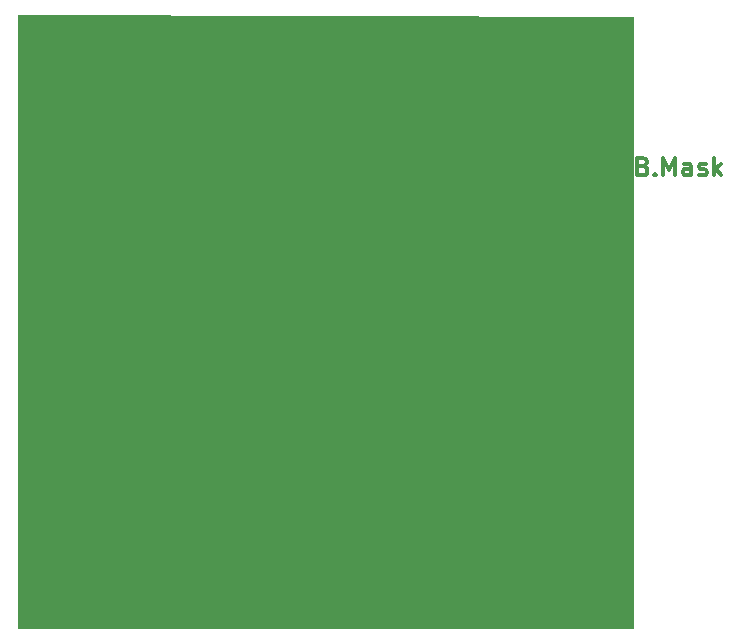
<source format=gbs>
G04 #@! TF.GenerationSoftware,KiCad,Pcbnew,(5.1.5)-3*
G04 #@! TF.CreationDate,2020-01-04T12:29:47-06:00*
G04 #@! TF.ProjectId,HMC1121_4W_6CM,484d4331-3132-4315-9f34-575f36434d2e,rev?*
G04 #@! TF.SameCoordinates,Original*
G04 #@! TF.FileFunction,Soldermask,Bot*
G04 #@! TF.FilePolarity,Negative*
%FSLAX46Y46*%
G04 Gerber Fmt 4.6, Leading zero omitted, Abs format (unit mm)*
G04 Created by KiCad (PCBNEW (5.1.5)-3) date 2020-01-04 12:29:47*
%MOMM*%
%LPD*%
G04 APERTURE LIST*
%ADD10C,0.100000*%
%ADD11C,0.300000*%
%ADD12C,0.150000*%
G04 APERTURE END LIST*
D10*
G36*
X181152800Y-69240400D02*
G01*
X181152800Y-121005600D01*
X129082800Y-121005600D01*
X129082800Y-69138800D01*
X181152800Y-69240400D01*
G37*
X181152800Y-69240400D02*
X181152800Y-121005600D01*
X129082800Y-121005600D01*
X129082800Y-69138800D01*
X181152800Y-69240400D01*
D11*
X182000000Y-81892857D02*
X182214285Y-81964285D01*
X182285714Y-82035714D01*
X182357142Y-82178571D01*
X182357142Y-82392857D01*
X182285714Y-82535714D01*
X182214285Y-82607142D01*
X182071428Y-82678571D01*
X181500000Y-82678571D01*
X181500000Y-81178571D01*
X182000000Y-81178571D01*
X182142857Y-81250000D01*
X182214285Y-81321428D01*
X182285714Y-81464285D01*
X182285714Y-81607142D01*
X182214285Y-81750000D01*
X182142857Y-81821428D01*
X182000000Y-81892857D01*
X181500000Y-81892857D01*
X183000000Y-82535714D02*
X183071428Y-82607142D01*
X183000000Y-82678571D01*
X182928571Y-82607142D01*
X183000000Y-82535714D01*
X183000000Y-82678571D01*
X183714285Y-82678571D02*
X183714285Y-81178571D01*
X184214285Y-82250000D01*
X184714285Y-81178571D01*
X184714285Y-82678571D01*
X186071428Y-82678571D02*
X186071428Y-81892857D01*
X186000000Y-81750000D01*
X185857142Y-81678571D01*
X185571428Y-81678571D01*
X185428571Y-81750000D01*
X186071428Y-82607142D02*
X185928571Y-82678571D01*
X185571428Y-82678571D01*
X185428571Y-82607142D01*
X185357142Y-82464285D01*
X185357142Y-82321428D01*
X185428571Y-82178571D01*
X185571428Y-82107142D01*
X185928571Y-82107142D01*
X186071428Y-82035714D01*
X186714285Y-82607142D02*
X186857142Y-82678571D01*
X187142857Y-82678571D01*
X187285714Y-82607142D01*
X187357142Y-82464285D01*
X187357142Y-82392857D01*
X187285714Y-82250000D01*
X187142857Y-82178571D01*
X186928571Y-82178571D01*
X186785714Y-82107142D01*
X186714285Y-81964285D01*
X186714285Y-81892857D01*
X186785714Y-81750000D01*
X186928571Y-81678571D01*
X187142857Y-81678571D01*
X187285714Y-81750000D01*
X188000000Y-82678571D02*
X188000000Y-81178571D01*
X188142857Y-82107142D02*
X188571428Y-82678571D01*
X188571428Y-81678571D02*
X188000000Y-82250000D01*
D12*
G36*
X156561620Y-103148592D02*
G01*
X156912018Y-103293732D01*
X157227371Y-103504444D01*
X157495556Y-103772629D01*
X157706268Y-104087982D01*
X157851408Y-104438380D01*
X157925400Y-104810365D01*
X157925400Y-105189635D01*
X157851408Y-105561620D01*
X157706268Y-105912018D01*
X157495556Y-106227371D01*
X157227371Y-106495556D01*
X156912018Y-106706268D01*
X156561620Y-106851408D01*
X156189635Y-106925400D01*
X155810365Y-106925400D01*
X155438380Y-106851408D01*
X155087982Y-106706268D01*
X154772629Y-106495556D01*
X154504444Y-106227371D01*
X154293732Y-105912018D01*
X154148592Y-105561620D01*
X154074600Y-105189635D01*
X154074600Y-104810365D01*
X154148592Y-104438380D01*
X154293732Y-104087982D01*
X154504444Y-103772629D01*
X154772629Y-103504444D01*
X155087982Y-103293732D01*
X155438380Y-103148592D01*
X155810365Y-103074600D01*
X156189635Y-103074600D01*
X156561620Y-103148592D01*
G37*
G36*
X168591400Y-100139400D02*
G01*
X163640600Y-100139400D01*
X163640600Y-98488600D01*
X168591400Y-98488600D01*
X168591400Y-100139400D01*
G37*
G36*
X148423800Y-100139400D02*
G01*
X143473000Y-100139400D01*
X143473000Y-98488600D01*
X148423800Y-98488600D01*
X148423800Y-100139400D01*
G37*
G36*
X168591400Y-91503400D02*
G01*
X163640600Y-91503400D01*
X163640600Y-89852600D01*
X168591400Y-89852600D01*
X168591400Y-91503400D01*
G37*
G36*
X148423800Y-91503400D02*
G01*
X143473000Y-91503400D01*
X143473000Y-89852600D01*
X148423800Y-89852600D01*
X148423800Y-91503400D01*
G37*
G36*
X156561620Y-83148592D02*
G01*
X156912018Y-83293732D01*
X157227371Y-83504444D01*
X157495556Y-83772629D01*
X157706268Y-84087982D01*
X157851408Y-84438380D01*
X157925400Y-84810365D01*
X157925400Y-85189635D01*
X157851408Y-85561620D01*
X157706268Y-85912018D01*
X157495556Y-86227371D01*
X157227371Y-86495556D01*
X156912018Y-86706268D01*
X156561620Y-86851408D01*
X156189635Y-86925400D01*
X155810365Y-86925400D01*
X155438380Y-86851408D01*
X155087982Y-86706268D01*
X154772629Y-86495556D01*
X154504444Y-86227371D01*
X154293732Y-85912018D01*
X154148592Y-85561620D01*
X154074600Y-85189635D01*
X154074600Y-84810365D01*
X154148592Y-84438380D01*
X154293732Y-84087982D01*
X154504444Y-83772629D01*
X154772629Y-83504444D01*
X155087982Y-83293732D01*
X155438380Y-83148592D01*
X155810365Y-83074600D01*
X156189635Y-83074600D01*
X156561620Y-83148592D01*
G37*
M02*

</source>
